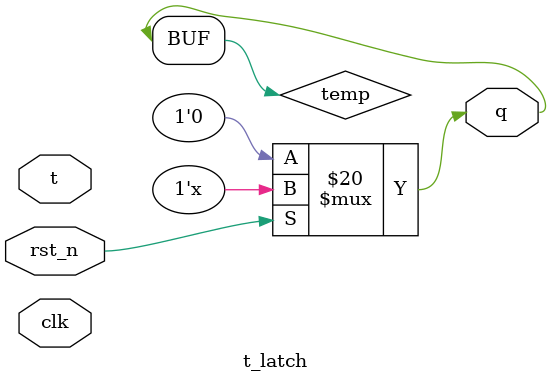
<source format=v>
module t_latch(input clk, rst_n, t, output reg q);
  reg temp;

  always @(clk,rst_n,t) begin
    if (!rst_n)
      temp = 1'b0;
    else if (clk) begin  // latch is transparent when clk is high
      if (t)
        temp = ~temp;
      // else hold
    end
    q = temp;
  end
endmodule

</source>
